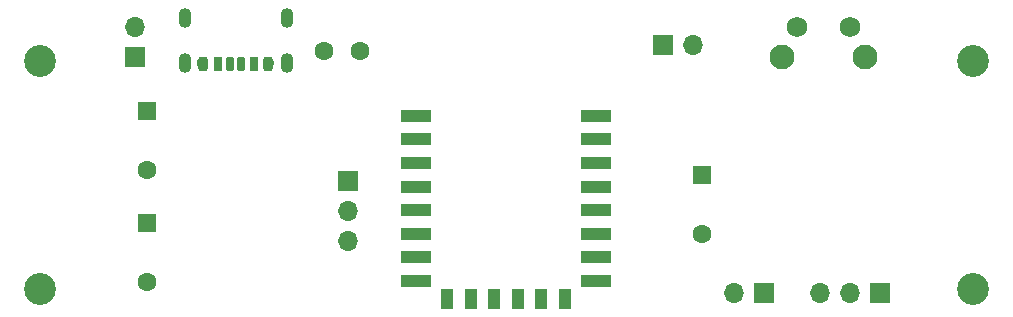
<source format=gts>
G04 #@! TF.GenerationSoftware,KiCad,Pcbnew,8.0.3*
G04 #@! TF.CreationDate,2025-03-14T18:39:27+01:00*
G04 #@! TF.ProjectId,NIXIE_Sterownik,4e495849-455f-4537-9465-726f776e696b,rev?*
G04 #@! TF.SameCoordinates,Original*
G04 #@! TF.FileFunction,Soldermask,Top*
G04 #@! TF.FilePolarity,Negative*
%FSLAX46Y46*%
G04 Gerber Fmt 4.6, Leading zero omitted, Abs format (unit mm)*
G04 Created by KiCad (PCBNEW 8.0.3) date 2025-03-14 18:39:27*
%MOMM*%
%LPD*%
G01*
G04 APERTURE LIST*
G04 Aperture macros list*
%AMRoundRect*
0 Rectangle with rounded corners*
0 $1 Rounding radius*
0 $2 $3 $4 $5 $6 $7 $8 $9 X,Y pos of 4 corners*
0 Add a 4 corners polygon primitive as box body*
4,1,4,$2,$3,$4,$5,$6,$7,$8,$9,$2,$3,0*
0 Add four circle primitives for the rounded corners*
1,1,$1+$1,$2,$3*
1,1,$1+$1,$4,$5*
1,1,$1+$1,$6,$7*
1,1,$1+$1,$8,$9*
0 Add four rect primitives between the rounded corners*
20,1,$1+$1,$2,$3,$4,$5,0*
20,1,$1+$1,$4,$5,$6,$7,0*
20,1,$1+$1,$6,$7,$8,$9,0*
20,1,$1+$1,$8,$9,$2,$3,0*%
G04 Aperture macros list end*
%ADD10RoundRect,0.175000X0.175000X0.425000X-0.175000X0.425000X-0.175000X-0.425000X0.175000X-0.425000X0*%
%ADD11RoundRect,0.190000X-0.190000X-0.410000X0.190000X-0.410000X0.190000X0.410000X-0.190000X0.410000X0*%
%ADD12RoundRect,0.200000X-0.200000X-0.400000X0.200000X-0.400000X0.200000X0.400000X-0.200000X0.400000X0*%
%ADD13RoundRect,0.175000X-0.175000X-0.425000X0.175000X-0.425000X0.175000X0.425000X-0.175000X0.425000X0*%
%ADD14RoundRect,0.190000X0.190000X0.410000X-0.190000X0.410000X-0.190000X-0.410000X0.190000X-0.410000X0*%
%ADD15RoundRect,0.200000X0.200000X0.400000X-0.200000X0.400000X-0.200000X-0.400000X0.200000X-0.400000X0*%
%ADD16O,1.100000X1.700000*%
%ADD17C,2.700000*%
%ADD18R,1.700000X1.700000*%
%ADD19O,1.700000X1.700000*%
%ADD20R,1.600000X1.600000*%
%ADD21C,1.600000*%
%ADD22R,2.500000X1.000000*%
%ADD23R,1.000000X1.800000*%
%ADD24C,2.100000*%
%ADD25C,1.750000*%
%ADD26C,0.600000*%
G04 APERTURE END LIST*
D10*
X99500000Y-60080000D03*
D11*
X97480000Y-60080000D03*
D12*
X96250000Y-60080000D03*
D13*
X98500000Y-60080000D03*
D14*
X100520000Y-60080000D03*
D15*
X101750000Y-60080000D03*
D16*
X103320000Y-60000000D03*
X103320000Y-56200000D03*
X94680000Y-60000000D03*
X94680000Y-56200000D03*
D17*
X161400000Y-59850000D03*
D18*
X108500000Y-70000000D03*
D19*
X108500000Y-72540000D03*
X108500000Y-75080000D03*
D18*
X90500000Y-59500000D03*
D19*
X90500000Y-56960000D03*
D17*
X82450000Y-79200000D03*
D18*
X153540000Y-79500000D03*
D19*
X151000000Y-79500000D03*
X148460000Y-79500000D03*
D18*
X143775000Y-79500000D03*
D19*
X141235000Y-79500000D03*
D20*
X138500000Y-69500000D03*
D21*
X138500000Y-74500000D03*
D22*
X114300000Y-64500000D03*
X114300000Y-66500000D03*
X114300000Y-68500000D03*
X114300000Y-70500000D03*
X114300000Y-72500000D03*
X114300000Y-74500000D03*
X114300000Y-76500000D03*
X114300000Y-78500000D03*
D23*
X116900000Y-80000000D03*
X118900000Y-80000000D03*
X120900000Y-80000000D03*
X122900000Y-80000000D03*
X124900000Y-80000000D03*
X126900000Y-80000000D03*
D22*
X129500000Y-78500000D03*
X129500000Y-76500000D03*
X129500000Y-74500000D03*
X129500000Y-72500000D03*
X129500000Y-70500000D03*
X129500000Y-68500000D03*
X129500000Y-66500000D03*
X129500000Y-64500000D03*
D24*
X145250000Y-59490000D03*
X152260000Y-59490000D03*
D25*
X146500000Y-57000000D03*
X151000000Y-57000000D03*
D17*
X82450000Y-59850000D03*
D20*
X91500000Y-64097349D03*
D21*
X91500000Y-69097349D03*
D17*
X161450000Y-79200000D03*
D21*
X109500000Y-59000000D03*
X106500000Y-59000000D03*
D18*
X135225000Y-58500000D03*
D19*
X137765000Y-58500000D03*
D20*
X91500000Y-73597349D03*
D21*
X91500000Y-78597349D03*
D26*
X129500000Y-78500000D03*
X96000000Y-60000000D03*
X102000000Y-60000000D03*
X115000000Y-78500000D03*
X115000000Y-66500000D03*
X115000000Y-68500000D03*
X114000000Y-72500000D03*
X128500000Y-72500000D03*
X128500000Y-76500000D03*
X115000000Y-64500000D03*
X128500000Y-70500000D03*
X130000000Y-64500000D03*
X130000000Y-66500000D03*
X100500000Y-60000000D03*
X97500000Y-60000000D03*
M02*

</source>
